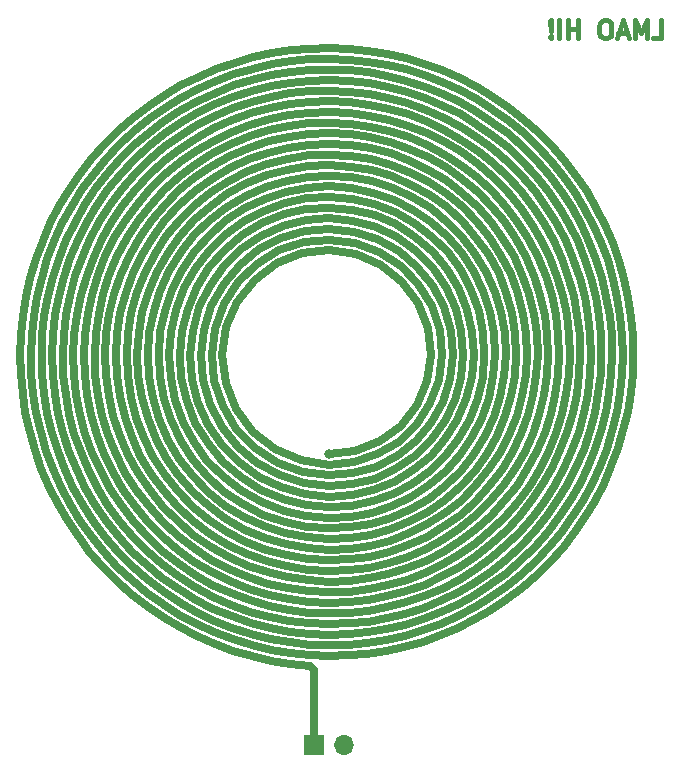
<source format=gbr>
G04 #@! TF.GenerationSoftware,KiCad,Pcbnew,(5.1.6)-1*
G04 #@! TF.CreationDate,2021-07-30T18:51:46-07:00*
G04 #@! TF.ProjectId,Inductor Coils,496e6475-6374-46f7-9220-436f696c732e,rev?*
G04 #@! TF.SameCoordinates,Original*
G04 #@! TF.FileFunction,Copper,L2,Bot*
G04 #@! TF.FilePolarity,Positive*
%FSLAX46Y46*%
G04 Gerber Fmt 4.6, Leading zero omitted, Abs format (unit mm)*
G04 Created by KiCad (PCBNEW (5.1.6)-1) date 2021-07-30 18:51:46*
%MOMM*%
%LPD*%
G01*
G04 APERTURE LIST*
G04 #@! TA.AperFunction,NonConductor*
%ADD10C,0.381000*%
G04 #@! TD*
G04 #@! TA.AperFunction,ComponentPad*
%ADD11O,1.700000X1.700000*%
G04 #@! TD*
G04 #@! TA.AperFunction,ComponentPad*
%ADD12R,1.700000X1.700000*%
G04 #@! TD*
G04 #@! TA.AperFunction,ViaPad*
%ADD13C,0.800000*%
G04 #@! TD*
G04 #@! TA.AperFunction,Conductor*
%ADD14C,0.700000*%
G04 #@! TD*
G04 APERTURE END LIST*
D10*
X255955142Y-95189428D02*
X256680857Y-95189428D01*
X256680857Y-93665428D01*
X255447142Y-95189428D02*
X255447142Y-93665428D01*
X254939142Y-94754000D01*
X254431142Y-93665428D01*
X254431142Y-95189428D01*
X253778000Y-94754000D02*
X253052285Y-94754000D01*
X253923142Y-95189428D02*
X253415142Y-93665428D01*
X252907142Y-95189428D01*
X252108857Y-93665428D02*
X251818571Y-93665428D01*
X251673428Y-93738000D01*
X251528285Y-93883142D01*
X251455714Y-94173428D01*
X251455714Y-94681428D01*
X251528285Y-94971714D01*
X251673428Y-95116857D01*
X251818571Y-95189428D01*
X252108857Y-95189428D01*
X252254000Y-95116857D01*
X252399142Y-94971714D01*
X252471714Y-94681428D01*
X252471714Y-94173428D01*
X252399142Y-93883142D01*
X252254000Y-93738000D01*
X252108857Y-93665428D01*
X249641428Y-95189428D02*
X249641428Y-93665428D01*
X249641428Y-94391142D02*
X248770571Y-94391142D01*
X248770571Y-95189428D02*
X248770571Y-93665428D01*
X248044857Y-95189428D02*
X248044857Y-93665428D01*
X247319142Y-95044285D02*
X247246571Y-95116857D01*
X247319142Y-95189428D01*
X247391714Y-95116857D01*
X247319142Y-95044285D01*
X247319142Y-95189428D01*
X247319142Y-94608857D02*
X247391714Y-93738000D01*
X247319142Y-93665428D01*
X247246571Y-93738000D01*
X247319142Y-94608857D01*
X247319142Y-93665428D01*
D11*
X229870000Y-155000000D03*
D12*
X227330000Y-155000000D03*
D13*
X228600000Y-130400000D03*
D14*
X228600000Y-130400000D02*
X230783786Y-130149999D01*
X230783786Y-130149999D02*
X232837500Y-129339565D01*
X232837500Y-129339565D02*
X234619246Y-128019246D01*
X234619246Y-128019246D02*
X236004517Y-126275000D01*
X236004517Y-126275000D02*
X236894888Y-124222609D01*
X236894888Y-124222609D02*
X237225000Y-122000000D01*
X237225000Y-122000000D02*
X236967332Y-119757980D01*
X236967332Y-119757980D02*
X236134421Y-117650000D01*
X236134421Y-117650000D02*
X234778346Y-115821654D01*
X234778346Y-115821654D02*
X232987500Y-114400627D01*
X232987500Y-114400627D02*
X230880843Y-113487779D01*
X230880843Y-113487779D02*
X228600000Y-113150000D01*
X228600000Y-113150000D02*
X226299746Y-113415334D01*
X226299746Y-113415334D02*
X224137500Y-114270723D01*
X224137500Y-114270723D02*
X222262555Y-115662555D01*
X222262555Y-115662555D02*
X220805771Y-117500000D01*
X220805771Y-117500000D02*
X219870445Y-119660923D01*
X219870445Y-119660923D02*
X219525000Y-122000000D01*
X219525000Y-122000000D02*
X219798001Y-124358489D01*
X219798001Y-124358489D02*
X220675868Y-126575000D01*
X220675868Y-126575000D02*
X222103456Y-128496544D01*
X222103456Y-128496544D02*
X223987500Y-129989084D01*
X223987500Y-129989084D02*
X226202689Y-130946888D01*
X226202689Y-130946888D02*
X228600000Y-131300000D01*
X228600000Y-131300000D02*
X230676597Y-131098167D01*
X230676597Y-131098167D02*
X232663011Y-130436930D01*
X232663011Y-130436930D02*
X234458577Y-129346424D01*
X234458577Y-129346424D02*
X235971554Y-127878618D01*
X235971554Y-127878618D02*
X237123809Y-126104850D01*
X237123809Y-126104850D02*
X237854851Y-124112359D01*
X237854851Y-124112359D02*
X238125000Y-122000000D01*
X238125000Y-122000000D02*
X237917525Y-119873336D01*
X237917525Y-119873336D02*
X237239648Y-117839365D01*
X237239648Y-117839365D02*
X236122336Y-116001137D01*
X236122336Y-116001137D02*
X234618903Y-114452534D01*
X234618903Y-114452534D02*
X232802474Y-113273473D01*
X232802474Y-113273473D02*
X230762427Y-112525790D01*
X230762427Y-112525790D02*
X228600000Y-112250000D01*
X228600000Y-112250000D02*
X226423268Y-112463116D01*
X226423268Y-112463116D02*
X224341741Y-113157634D01*
X224341741Y-113157634D02*
X222460852Y-114301752D01*
X222460852Y-114301752D02*
X220876622Y-115840811D01*
X220876622Y-115840811D02*
X219670755Y-117699902D01*
X219670755Y-117699902D02*
X218906431Y-119787506D01*
X218906431Y-119787506D02*
X218625000Y-122000000D01*
X218625000Y-122000000D02*
X218843757Y-124226799D01*
X218843757Y-124226799D02*
X219554916Y-126355883D01*
X219554916Y-126355883D02*
X220725840Y-128279433D01*
X220725840Y-128279433D02*
X222300526Y-129899290D01*
X222300526Y-129899290D02*
X224202278Y-131131963D01*
X224202278Y-131131963D02*
X226337439Y-131912928D01*
X226337439Y-131912928D02*
X228600000Y-132200000D01*
X228600000Y-132200000D02*
X230595408Y-132031594D01*
X230595408Y-132031594D02*
X232524897Y-131475539D01*
X232524897Y-131475539D02*
X234313693Y-130551145D01*
X234313693Y-130551145D02*
X235892039Y-129292039D01*
X235892039Y-129292039D02*
X237197915Y-127744943D01*
X237197915Y-127744943D02*
X238179476Y-125967949D01*
X238179476Y-125967949D02*
X238797102Y-124028330D01*
X238797102Y-124028330D02*
X239025000Y-122000000D01*
X239025000Y-122000000D02*
X238852271Y-119960696D01*
X238852271Y-119960696D02*
X238283412Y-117988999D01*
X238283412Y-117988999D02*
X237338226Y-116161304D01*
X237338226Y-116161304D02*
X236051138Y-114548862D01*
X236051138Y-114548862D02*
X234469947Y-113215004D01*
X234469947Y-113215004D02*
X232654053Y-112212651D01*
X232654053Y-112212651D02*
X230672225Y-111582221D01*
X230672225Y-111582221D02*
X228600000Y-111350000D01*
X228600000Y-111350000D02*
X226516801Y-111527052D01*
X226516801Y-111527052D02*
X224502896Y-112108715D01*
X224502896Y-112108715D02*
X222636301Y-113074693D01*
X222636301Y-113074693D02*
X220989763Y-114389763D01*
X220989763Y-114389763D02*
X219627923Y-116005050D01*
X219627923Y-116005050D02*
X218604778Y-117859844D01*
X218604778Y-117859844D02*
X217961545Y-119883880D01*
X217961545Y-119883880D02*
X217725000Y-122000000D01*
X217725000Y-122000000D02*
X217906375Y-124127094D01*
X217906375Y-124127094D02*
X218500842Y-126183208D01*
X218500842Y-126183208D02*
X219487613Y-128088703D01*
X219487613Y-128088703D02*
X220830664Y-129769336D01*
X220830664Y-129769336D02*
X222480047Y-131159157D01*
X222480047Y-131159157D02*
X224373740Y-132203095D01*
X224373740Y-132203095D02*
X226439984Y-132859132D01*
X226439984Y-132859132D02*
X228600000Y-133100000D01*
X228600000Y-133100000D02*
X230531836Y-132955986D01*
X230531836Y-132955986D02*
X232413525Y-132477573D01*
X232413525Y-132477573D02*
X234187500Y-131677834D01*
X234187500Y-131677834D02*
X235799221Y-130579698D01*
X235799221Y-130579698D02*
X237198849Y-129215291D01*
X237198849Y-129215291D02*
X238342786Y-127625000D01*
X238342786Y-127625000D02*
X239195034Y-125856277D01*
X239195034Y-125856277D02*
X239728328Y-123962224D01*
X239728328Y-123962224D02*
X239925000Y-122000000D01*
X239925000Y-122000000D02*
X239777568Y-120029093D01*
X239777568Y-120029093D02*
X239289004Y-118109521D01*
X239289004Y-118109521D02*
X238472690Y-116300000D01*
X238472690Y-116300000D02*
X237352058Y-114656152D01*
X237352058Y-114656152D02*
X235959918Y-113228791D01*
X235959918Y-113228791D02*
X234337500Y-112062358D01*
X234337500Y-112062358D02*
X232533232Y-111193535D01*
X232533232Y-111193535D02*
X230601295Y-110650091D01*
X230601295Y-110650091D02*
X228600000Y-110450000D01*
X228600000Y-110450000D02*
X226590022Y-110600850D01*
X226590022Y-110600850D02*
X224632566Y-111099566D01*
X224632566Y-111099566D02*
X222787500Y-111932455D01*
X222787500Y-111932455D02*
X221111524Y-113075582D01*
X221111524Y-113075582D02*
X219656431Y-114495455D01*
X219656431Y-114495455D02*
X218467503Y-116150000D01*
X218467503Y-116150000D02*
X217582104Y-117989814D01*
X217582104Y-117989814D02*
X217028509Y-119959634D01*
X217028509Y-119959634D02*
X216825000Y-122000000D01*
X216825000Y-122000000D02*
X216979269Y-124049048D01*
X216979269Y-124049048D02*
X217488135Y-126044388D01*
X217488135Y-126044388D02*
X218337599Y-127925000D01*
X218337599Y-127925000D02*
X219503222Y-129633103D01*
X219503222Y-129633103D02*
X220950827Y-131115929D01*
X220950827Y-131115929D02*
X222637500Y-132327353D01*
X222637500Y-132327353D02*
X224512859Y-133229327D01*
X224512859Y-133229327D02*
X226520563Y-133793073D01*
X226520563Y-133793073D02*
X228600000Y-134000000D01*
X228600000Y-134000000D02*
X230480733Y-133874483D01*
X230480733Y-133874483D02*
X232322110Y-133455476D01*
X232322110Y-133455476D02*
X234078530Y-132752221D01*
X234078530Y-132752221D02*
X235706324Y-131781015D01*
X235706324Y-131781015D02*
X237164831Y-130564831D01*
X237164831Y-130564831D02*
X238417421Y-129132774D01*
X238417421Y-129132774D02*
X239432412Y-127519390D01*
X239432412Y-127519390D02*
X240183868Y-125763827D01*
X240183868Y-125763827D02*
X240652267Y-123908892D01*
X240652267Y-123908892D02*
X240825000Y-122000000D01*
X240825000Y-122000000D02*
X240696713Y-120084069D01*
X240696713Y-120084069D02*
X240269463Y-118208361D01*
X240269463Y-118208361D02*
X239552698Y-116419322D01*
X239552698Y-116419322D02*
X238563044Y-114761425D01*
X238563044Y-114761425D02*
X237323930Y-113276070D01*
X237323930Y-113276070D02*
X235865026Y-112000550D01*
X235865026Y-112000550D02*
X234221537Y-110967112D01*
X234221537Y-110967112D02*
X232433356Y-110202144D01*
X232433356Y-110202144D02*
X230544089Y-109725503D01*
X230544089Y-109725503D02*
X228600000Y-109550000D01*
X228600000Y-109550000D02*
X226648871Y-109681057D01*
X226648871Y-109681057D02*
X224738833Y-110116549D01*
X224738833Y-110116549D02*
X222917174Y-110846826D01*
X222917174Y-110846826D02*
X221229173Y-111854927D01*
X221229173Y-111854927D02*
X219716971Y-113116971D01*
X219716971Y-113116971D02*
X218418521Y-114602723D01*
X218418521Y-114602723D02*
X217366635Y-116276315D01*
X217366635Y-116276315D02*
X216588156Y-118097115D01*
X216588156Y-118097115D02*
X216103273Y-120020713D01*
X216103273Y-120020713D02*
X215925000Y-122000000D01*
X215925000Y-122000000D02*
X216058827Y-123986327D01*
X216058827Y-123986327D02*
X216502561Y-125930696D01*
X216502561Y-125930696D02*
X217246349Y-127784974D01*
X217246349Y-127784974D02*
X218272898Y-129503079D01*
X218272898Y-129503079D02*
X219557872Y-131042128D01*
X219557872Y-131042128D02*
X221070471Y-132363508D01*
X221070471Y-132363508D02*
X222774167Y-133433841D01*
X222774167Y-133433841D02*
X224627587Y-134225832D01*
X224627587Y-134225832D02*
X226585515Y-134718957D01*
X226585515Y-134718957D02*
X228600000Y-134900000D01*
X228600000Y-134900000D02*
X230438772Y-134788943D01*
X230438772Y-134788943D02*
X232245875Y-134416711D01*
X232245875Y-134416711D02*
X233984345Y-133790071D01*
X233984345Y-133790071D02*
X235618501Y-132921000D01*
X235618501Y-132921000D02*
X237114678Y-131826462D01*
X237114678Y-131826462D02*
X238441921Y-130528073D01*
X238441921Y-130528073D02*
X239572623Y-129051676D01*
X239572623Y-129051676D02*
X240483102Y-127426831D01*
X240483102Y-127426831D02*
X241154093Y-125686214D01*
X241154093Y-125686214D02*
X241571160Y-123864971D01*
X241571160Y-123864971D02*
X241725000Y-122000000D01*
X241725000Y-122000000D02*
X241611653Y-120129207D01*
X241611653Y-120129207D02*
X241232597Y-118290735D01*
X241232597Y-118290735D02*
X240594738Y-116522187D01*
X240594738Y-116522187D02*
X239710282Y-114859855D01*
X239710282Y-114859855D02*
X238596506Y-113337978D01*
X238596506Y-113337978D02*
X237275416Y-111988036D01*
X237275416Y-111988036D02*
X235773321Y-110838095D01*
X235773321Y-110838095D02*
X234120299Y-109912231D01*
X234120299Y-109912231D02*
X232349604Y-109230021D01*
X232349604Y-109230021D02*
X230496992Y-108806130D01*
X230496992Y-108806130D02*
X228600000Y-108650000D01*
X228600000Y-108650000D02*
X226697186Y-108765637D01*
X226697186Y-108765637D02*
X224827345Y-109151517D01*
X224827345Y-109151517D02*
X223028718Y-109800595D01*
X223028718Y-109800595D02*
X221338211Y-110700436D01*
X221338211Y-110700436D02*
X219790635Y-111833451D01*
X219790635Y-111833451D02*
X218417992Y-113177240D01*
X218417992Y-113177240D02*
X217248813Y-114705035D01*
X217248813Y-114705035D02*
X216307564Y-116386233D01*
X216307564Y-116386233D02*
X215614135Y-118187006D01*
X215614135Y-118187006D02*
X215183420Y-120070987D01*
X215183420Y-120070987D02*
X215025000Y-122000000D01*
X215025000Y-122000000D02*
X215142928Y-123934835D01*
X215142928Y-123934835D02*
X215535631Y-125836045D01*
X215535631Y-125836045D02*
X216195927Y-127664750D01*
X216195927Y-127664750D02*
X217111153Y-129383433D01*
X217111153Y-129383433D02*
X218263407Y-130956709D01*
X218263407Y-130956709D02*
X219629896Y-132352052D01*
X219629896Y-132352052D02*
X221183391Y-133540469D01*
X221183391Y-133540469D02*
X222892764Y-134497103D01*
X222892764Y-134497103D02*
X224723616Y-135201751D01*
X224723616Y-135201751D02*
X226638966Y-135639290D01*
X226638966Y-135639290D02*
X228600000Y-135800000D01*
X228600000Y-135800000D02*
X230403709Y-135700529D01*
X230403709Y-135700529D02*
X232181409Y-135365999D01*
X232181409Y-135365999D02*
X233902557Y-134801506D01*
X233902557Y-134801506D02*
X235537500Y-134016102D01*
X235537500Y-134016102D02*
X237057979Y-133022653D01*
X237057979Y-133022653D02*
X238437623Y-131837623D01*
X238437623Y-131837623D02*
X239652404Y-130480808D01*
X239652404Y-130480808D02*
X240681054Y-128975000D01*
X240681054Y-128975000D02*
X241505442Y-127345609D01*
X241505442Y-127345609D02*
X242110887Y-125620231D01*
X242110887Y-125620231D02*
X242486425Y-123828182D01*
X242486425Y-123828182D02*
X242625000Y-122000000D01*
X242625000Y-122000000D02*
X242523604Y-120166923D01*
X242523604Y-120166923D02*
X242183332Y-118360357D01*
X242183332Y-118360357D02*
X241609379Y-116611339D01*
X241609379Y-116611339D02*
X240810958Y-114950000D01*
X240810958Y-114950000D02*
X239801157Y-113405050D01*
X239801157Y-113405050D02*
X238596722Y-112003278D01*
X238596722Y-112003278D02*
X237217779Y-110769092D01*
X237217779Y-110769092D02*
X235687500Y-109724090D01*
X235687500Y-109724090D02*
X234031713Y-108886685D01*
X234031713Y-108886685D02*
X232278466Y-108271779D01*
X232278466Y-108271779D02*
X230457551Y-107890500D01*
X230457551Y-107890500D02*
X228600000Y-107750000D01*
X228600000Y-107750000D02*
X226737554Y-107853321D01*
X226737554Y-107853321D02*
X224902123Y-108199335D01*
X224902123Y-108199335D02*
X223125235Y-108782748D01*
X223125235Y-108782748D02*
X221437500Y-109594186D01*
X221437500Y-109594186D02*
X219868078Y-110620338D01*
X219868078Y-110620338D02*
X218444179Y-111844179D01*
X218444179Y-111844179D02*
X217190587Y-113245250D01*
X217190587Y-113245250D02*
X216129234Y-114800000D01*
X216129234Y-114800000D02*
X215278812Y-116482183D01*
X215278812Y-116482183D02*
X214654446Y-118263300D01*
X214654446Y-118263300D02*
X214267425Y-120113081D01*
X214267425Y-120113081D02*
X214125000Y-122000000D01*
X214125000Y-122000000D02*
X214230246Y-123891814D01*
X214230246Y-123891814D02*
X214582001Y-125756111D01*
X214582001Y-125756111D02*
X215174876Y-127560869D01*
X215174876Y-127560869D02*
X215999330Y-129275000D01*
X215999330Y-129275000D02*
X217041834Y-130868893D01*
X217041834Y-130868893D02*
X218285080Y-132314920D01*
X218285080Y-132314920D02*
X219708278Y-133587917D01*
X219708278Y-133587917D02*
X221287500Y-134665622D01*
X221287500Y-134665622D02*
X222996079Y-135529061D01*
X222996079Y-135529061D02*
X224805066Y-136162887D01*
X224805066Y-136162887D02*
X226683712Y-136555650D01*
X226683712Y-136555650D02*
X228600000Y-136700000D01*
X228600000Y-136700000D02*
X230373975Y-136610002D01*
X230373975Y-136610002D02*
X232126224Y-136306454D01*
X232126224Y-136306454D02*
X233831104Y-135793288D01*
X233831104Y-135793288D02*
X235463604Y-135077504D01*
X235463604Y-135077504D02*
X236999711Y-134169083D01*
X236999711Y-134169083D02*
X238416766Y-133080838D01*
X238416766Y-133080838D02*
X239693793Y-131828243D01*
X239693793Y-131828243D02*
X240811814Y-130429207D01*
X240811814Y-130429207D02*
X241754130Y-128903820D01*
X241754130Y-128903820D02*
X242506569Y-127274066D01*
X242506569Y-127274066D02*
X243057697Y-125563502D01*
X243057697Y-125563502D02*
X243398998Y-123796924D01*
X243398998Y-123796924D02*
X243525000Y-122000000D01*
X243525000Y-122000000D02*
X243433361Y-120198904D01*
X243433361Y-120198904D02*
X243124916Y-118419930D01*
X243124916Y-118419930D02*
X242603666Y-116689110D01*
X242603666Y-116689110D02*
X241876732Y-115031834D01*
X241876732Y-115031834D02*
X240954254Y-113472474D01*
X240954254Y-113472474D02*
X239849253Y-112034032D01*
X239849253Y-112034032D02*
X238577446Y-110737792D01*
X238577446Y-110737792D02*
X237157021Y-109603014D01*
X237157021Y-109603014D02*
X235608383Y-108646642D01*
X235608383Y-108646642D02*
X233953852Y-107883053D01*
X233953852Y-107883053D02*
X232217348Y-107323841D01*
X232217348Y-107323841D02*
X230424044Y-106977642D01*
X230424044Y-106977642D02*
X228600000Y-106850000D01*
X228600000Y-106850000D02*
X226771783Y-106943279D01*
X226771783Y-106943279D02*
X224966084Y-107256622D01*
X224966084Y-107256622D02*
X223209324Y-107785955D01*
X223209324Y-107785955D02*
X221527271Y-108524040D01*
X221527271Y-108524040D02*
X219944660Y-109460575D01*
X219944660Y-109460575D02*
X218484829Y-110582332D01*
X218484829Y-110582332D02*
X217169377Y-111873352D01*
X217169377Y-111873352D02*
X216017843Y-113315164D01*
X216017843Y-113315164D02*
X215047414Y-114887054D01*
X215047414Y-114887054D02*
X214272674Y-116566362D01*
X214272674Y-116566362D02*
X213705379Y-118328806D01*
X213705379Y-118328806D02*
X213354283Y-120148835D01*
X213354283Y-120148835D02*
X213225000Y-122000000D01*
X213225000Y-122000000D02*
X213319920Y-123855338D01*
X213319920Y-123855338D02*
X213638160Y-125687762D01*
X213638160Y-125687762D02*
X214175576Y-127470462D01*
X214175576Y-127470462D02*
X214924813Y-129177292D01*
X214924813Y-129177292D02*
X215875403Y-130783155D01*
X215875403Y-130783155D02*
X217013917Y-132264374D01*
X217013917Y-132264374D02*
X218324149Y-133599038D01*
X218324149Y-133599038D02*
X219787349Y-134767329D01*
X219787349Y-134767329D02*
X221382492Y-135751813D01*
X221382492Y-135751813D02*
X223086576Y-136537704D01*
X223086576Y-136537704D02*
X224874960Y-137113083D01*
X224874960Y-137113083D02*
X226721714Y-137469077D01*
X226721714Y-137469077D02*
X228600000Y-137600000D01*
X228600000Y-137600000D02*
X230348445Y-137517881D01*
X230348445Y-137517881D02*
X232078479Y-137240212D01*
X232078479Y-137240212D02*
X233768278Y-136770089D01*
X233768278Y-136770089D02*
X235396479Y-136113034D01*
X235396479Y-136113034D02*
X236942453Y-135276938D01*
X236942453Y-135276938D02*
X238386563Y-134271962D01*
X238386563Y-134271962D02*
X239710415Y-133110415D01*
X239710415Y-133110415D02*
X240897092Y-131806604D01*
X240897092Y-131806604D02*
X241931370Y-130376655D01*
X241931370Y-130376655D02*
X242799913Y-128838318D01*
X242799913Y-128838318D02*
X243491445Y-127210742D01*
X243491445Y-127210742D02*
X243996897Y-125514241D01*
X243996897Y-125514241D02*
X244309525Y-123770038D01*
X244309525Y-123770038D02*
X244425000Y-122000000D01*
X244425000Y-122000000D02*
X244341466Y-120226363D01*
X244341466Y-120226363D02*
X244059571Y-118471454D01*
X244059571Y-118471454D02*
X243582462Y-116757410D01*
X243582462Y-116757410D02*
X242915752Y-115105897D01*
X242915752Y-115105897D02*
X242067451Y-113537840D01*
X242067451Y-113537840D02*
X241047874Y-112073152D01*
X241047874Y-112073152D02*
X239869514Y-110730486D01*
X239869514Y-110730486D02*
X238546889Y-109526996D01*
X238546889Y-109526996D02*
X237096362Y-108478117D01*
X237096362Y-108478117D02*
X235535941Y-107597369D01*
X235535941Y-107597369D02*
X233885055Y-106896181D01*
X233885055Y-106896181D02*
X232164309Y-106383744D01*
X232164309Y-106383744D02*
X230395230Y-106066889D01*
X230395230Y-106066889D02*
X228600000Y-105950000D01*
X228600000Y-105950000D02*
X226801171Y-106034949D01*
X226801171Y-106034949D02*
X225021387Y-106321070D01*
X225021387Y-106321070D02*
X223283097Y-106805164D01*
X223283097Y-106805164D02*
X221608273Y-107481530D01*
X221608273Y-107481530D02*
X220018133Y-108342036D01*
X220018133Y-108342036D02*
X218532866Y-109376214D01*
X218532866Y-109376214D02*
X217171387Y-110571387D01*
X217171387Y-110571387D02*
X215951084Y-111912826D01*
X215951084Y-111912826D02*
X214887604Y-113383931D01*
X214887604Y-113383931D02*
X213994651Y-114966435D01*
X213994651Y-114966435D02*
X213283807Y-116640632D01*
X213283807Y-116640632D02*
X212764385Y-118385624D01*
X212764385Y-118385624D02*
X212443304Y-120179578D01*
X212443304Y-120179578D02*
X212325000Y-122000000D01*
X212325000Y-122000000D02*
X212411363Y-123824021D01*
X212411363Y-123824021D02*
X212701711Y-125628681D01*
X212701711Y-125628681D02*
X213192790Y-127391216D01*
X213192790Y-127391216D02*
X213878812Y-129089350D01*
X213878812Y-129089350D02*
X214751523Y-130701575D01*
X214751523Y-130701575D02*
X215800302Y-132207419D01*
X215800302Y-132207419D02*
X217012288Y-133587712D01*
X217012288Y-133587712D02*
X218372541Y-134824829D01*
X218372541Y-134824829D02*
X219864223Y-135902909D01*
X219864223Y-135902909D02*
X221468811Y-136808067D01*
X221468811Y-136808067D02*
X223166320Y-137528566D01*
X223166320Y-137528566D02*
X224935557Y-138054974D01*
X224935557Y-138054974D02*
X226754386Y-138380281D01*
X226754386Y-138380281D02*
X228600000Y-138500000D01*
X228600000Y-138500000D02*
X230326288Y-138424529D01*
X230326288Y-138424529D02*
X232036780Y-138168780D01*
X232036780Y-138168780D02*
X233712686Y-137735230D01*
X233712686Y-137735230D02*
X235335559Y-137128313D01*
X235335559Y-137128313D02*
X236887500Y-136354371D01*
X236887500Y-136354371D02*
X238351357Y-135421592D01*
X238351357Y-135421592D02*
X239710914Y-134339920D01*
X239710914Y-134339920D02*
X240951067Y-133120951D01*
X240951067Y-133120951D02*
X242057998Y-131777808D01*
X242057998Y-131777808D02*
X243019323Y-130325000D01*
X243019323Y-130325000D02*
X243824235Y-128778266D01*
X243824235Y-128778266D02*
X244463623Y-127154403D01*
X244463623Y-127154403D02*
X244930174Y-125471086D01*
X244930174Y-125471086D02*
X245218461Y-123746671D01*
X245218461Y-123746671D02*
X245325000Y-122000000D01*
X245325000Y-122000000D02*
X245248297Y-120250194D01*
X245248297Y-120250194D02*
X244988863Y-118516440D01*
X244988863Y-118516440D02*
X244549218Y-116817785D01*
X244549218Y-116817785D02*
X243933861Y-115172925D01*
X243933861Y-115172925D02*
X243149227Y-113600000D01*
X243149227Y-113600000D02*
X242203621Y-112116391D01*
X242203621Y-112116391D02*
X241107127Y-110738532D01*
X241107127Y-110738532D02*
X239871505Y-109481725D01*
X239871505Y-109481725D02*
X238510059Y-108359973D01*
X238510059Y-108359973D02*
X237037500Y-107385821D01*
X237037500Y-107385821D02*
X235469782Y-106570217D01*
X235469782Y-106570217D02*
X233823932Y-105922390D01*
X233823932Y-105922390D02*
X232117866Y-105449743D01*
X232117866Y-105449743D02*
X230370190Y-105157772D01*
X230370190Y-105157772D02*
X228600000Y-105050000D01*
X228600000Y-105050000D02*
X226826675Y-105127936D01*
X226826675Y-105127936D02*
X225069659Y-105391054D01*
X225069659Y-105391054D02*
X223348256Y-105836795D01*
X223348256Y-105836795D02*
X221681410Y-106460592D01*
X221681410Y-106460592D02*
X220087500Y-107255918D01*
X220087500Y-107255918D02*
X218584139Y-108214350D01*
X218584139Y-108214350D02*
X217187978Y-109325665D01*
X217187978Y-109325665D02*
X215914518Y-110577941D01*
X215914518Y-110577941D02*
X214777945Y-111957689D01*
X214777945Y-111957689D02*
X213790966Y-113450000D01*
X213790966Y-113450000D02*
X212964669Y-115038702D01*
X212964669Y-115038702D02*
X212308402Y-116706539D01*
X212308402Y-116706539D02*
X211829659Y-118435354D01*
X211829659Y-118435354D02*
X211534004Y-120206292D01*
X211534004Y-120206292D02*
X211425000Y-122000000D01*
X211425000Y-122000000D02*
X211504169Y-123796844D01*
X211504169Y-123796844D02*
X211770971Y-125577121D01*
X211770971Y-125577121D02*
X212222807Y-127321273D01*
X212222807Y-127321273D02*
X212855044Y-129010106D01*
X212855044Y-129010106D02*
X213661062Y-130625000D01*
X213661062Y-130625000D02*
X214632322Y-132148112D01*
X214632322Y-132148112D02*
X215758457Y-133562577D01*
X215758457Y-133562577D02*
X217027386Y-134852690D01*
X217027386Y-134852690D02*
X218425437Y-136004084D01*
X218425437Y-136004084D02*
X219937500Y-137003890D01*
X219937500Y-137003890D02*
X221547187Y-137840878D01*
X221547187Y-137840878D02*
X223237010Y-138505586D01*
X223237010Y-138505586D02*
X224988574Y-138990424D01*
X224988574Y-138990424D02*
X226782773Y-139289763D01*
X226782773Y-139289763D02*
X228600000Y-139400000D01*
X228600000Y-139400000D02*
X230306877Y-139330209D01*
X230306877Y-139330209D02*
X232000059Y-139093248D01*
X232000059Y-139093248D02*
X233663200Y-138691133D01*
X233663200Y-138691133D02*
X235280218Y-138127472D01*
X235280218Y-138127472D02*
X236835448Y-137407440D01*
X236835448Y-137407440D02*
X238313798Y-136537727D01*
X238313798Y-136537727D02*
X239700891Y-135526475D01*
X239700891Y-135526475D02*
X240983208Y-134383208D01*
X240983208Y-134383208D02*
X242148216Y-133118734D01*
X242148216Y-133118734D02*
X243184497Y-131745049D01*
X243184497Y-131745049D02*
X244081852Y-130275222D01*
X244081852Y-130275222D02*
X244831409Y-128723270D01*
X244831409Y-128723270D02*
X245425702Y-127104021D01*
X245425702Y-127104021D02*
X245858756Y-125432980D01*
X245858756Y-125432980D02*
X246126136Y-123726174D01*
X246126136Y-123726174D02*
X246225000Y-122000000D01*
X246225000Y-122000000D02*
X246154126Y-120271070D01*
X246154126Y-120271070D02*
X245913925Y-118556046D01*
X245913925Y-118556046D02*
X245506444Y-116871486D01*
X245506444Y-116871486D02*
X244935345Y-115233679D01*
X244935345Y-115233679D02*
X244205872Y-113658487D01*
X244205872Y-113658487D02*
X243324807Y-112161198D01*
X243324807Y-112161198D02*
X242300402Y-110756370D01*
X242300402Y-110756370D02*
X241142307Y-109457693D01*
X241142307Y-109457693D02*
X239861472Y-108277857D01*
X239861472Y-108277857D02*
X238470052Y-107228423D01*
X238470052Y-107228423D02*
X236981287Y-106319716D01*
X236981287Y-106319716D02*
X235409373Y-105560719D01*
X235409373Y-105560719D02*
X233769335Y-104958986D01*
X233769335Y-104958986D02*
X232076875Y-104520567D01*
X232076875Y-104520567D02*
X230348228Y-104249947D01*
X230348228Y-104249947D02*
X228600000Y-104150000D01*
X228600000Y-104150000D02*
X226849016Y-104221958D01*
X226849016Y-104221958D02*
X225112151Y-104465398D01*
X225112151Y-104465398D02*
X223406172Y-104878244D01*
X223406172Y-104878244D02*
X221747575Y-105456782D01*
X221747575Y-105456782D02*
X220152423Y-106195695D01*
X220152423Y-106195695D02*
X218636195Y-107088112D01*
X218636195Y-107088112D02*
X217213632Y-108125670D01*
X217213632Y-108125670D02*
X215898594Y-109298594D01*
X215898594Y-109298594D02*
X214703929Y-110595789D01*
X214703929Y-110595789D02*
X213641342Y-112004944D01*
X213641342Y-112004944D02*
X212721283Y-113512649D01*
X212721283Y-113512649D02*
X211952846Y-115104523D01*
X211952846Y-115104523D02*
X211343674Y-116765351D01*
X211343674Y-116765351D02*
X210899891Y-118479229D01*
X210899891Y-118479229D02*
X210626031Y-120229719D01*
X210626031Y-120229719D02*
X210525000Y-122000000D01*
X210525000Y-122000000D02*
X210598041Y-123773038D01*
X210598041Y-123773038D02*
X210844721Y-125531744D01*
X210844721Y-125531744D02*
X211262933Y-127259142D01*
X211262933Y-127259142D02*
X211848909Y-128938529D01*
X211848909Y-128938529D02*
X212597263Y-130553641D01*
X212597263Y-130553641D02*
X213501032Y-132088808D01*
X213501032Y-132088808D02*
X214551743Y-133529107D01*
X214551743Y-133529107D02*
X215739495Y-134860505D01*
X215739495Y-134860505D02*
X217053051Y-136069998D01*
X217053051Y-136069998D02*
X218479941Y-137145739D01*
X218479941Y-137145739D02*
X220006585Y-138077149D01*
X220006585Y-138077149D02*
X221618419Y-138855027D01*
X221618419Y-138855027D02*
X223300037Y-139471637D01*
X223300037Y-139471637D02*
X225035334Y-139920786D01*
X225035334Y-139920786D02*
X226807665Y-140197886D01*
X226807665Y-140197886D02*
X228600000Y-140300000D01*
X228600000Y-140300000D02*
X230289732Y-140235114D01*
X230289732Y-140235114D02*
X231967480Y-140014428D01*
X231967480Y-140014428D02*
X233618899Y-139639599D01*
X233618899Y-139639599D02*
X235229847Y-139113608D01*
X235229847Y-139113608D02*
X236786509Y-138440727D01*
X236786509Y-138440727D02*
X238275513Y-137626491D01*
X238275513Y-137626491D02*
X239684046Y-136677649D01*
X239684046Y-136677649D02*
X240999963Y-135602111D01*
X240999963Y-135602111D02*
X242211892Y-134408879D01*
X242211892Y-134408879D02*
X243309335Y-133107974D01*
X243309335Y-133107974D02*
X244282755Y-131710351D01*
X244282755Y-131710351D02*
X245123661Y-130227806D01*
X245123661Y-130227806D02*
X245824682Y-128672877D01*
X245824682Y-128672877D02*
X246379630Y-127058741D01*
X246379630Y-127058741D02*
X246783557Y-125399096D01*
X246783557Y-125399096D02*
X247032797Y-123708050D01*
X247032797Y-123708050D02*
X247125000Y-122000000D01*
X247125000Y-122000000D02*
X247059154Y-120289507D01*
X247059154Y-120289507D02*
X246835597Y-118591176D01*
X246835597Y-118591176D02*
X246456010Y-116919527D01*
X246456010Y-116919527D02*
X245923414Y-115288874D01*
X245923414Y-115288874D02*
X245242139Y-113713200D01*
X245242139Y-113713200D02*
X244417790Y-112206039D01*
X244417790Y-112206039D02*
X243457203Y-110780361D01*
X243457203Y-110780361D02*
X242368388Y-109448456D01*
X242368388Y-109448456D02*
X241160461Y-108221831D01*
X241160461Y-108221831D02*
X239843567Y-107111111D01*
X239843567Y-107111111D02*
X238428798Y-106125946D01*
X238428798Y-106125946D02*
X236928097Y-105274927D01*
X236928097Y-105274927D02*
X235354157Y-104565512D01*
X235354157Y-104565512D02*
X233720315Y-104003959D01*
X233720315Y-104003959D02*
X232040440Y-103595274D01*
X232040440Y-103595274D02*
X230328811Y-103343163D01*
X230328811Y-103343163D02*
X228600000Y-103250000D01*
X228600000Y-103250000D02*
X226868747Y-103316805D01*
X226868747Y-103316805D02*
X225149833Y-103543235D01*
X225149833Y-103543235D02*
X223457953Y-103927579D01*
X223457953Y-103927579D02*
X221807594Y-104466780D01*
X221807594Y-104466780D02*
X220212908Y-105156450D01*
X220212908Y-105156450D02*
X218687592Y-105990911D01*
X218687592Y-105990911D02*
X217244768Y-106963243D01*
X217244768Y-106963243D02*
X215896874Y-108065335D01*
X215896874Y-108065335D02*
X214655554Y-109287958D01*
X214655554Y-109287958D02*
X213531557Y-110620840D01*
X213531557Y-110620840D02*
X212534647Y-112052755D01*
X212534647Y-112052755D02*
X211673515Y-113571612D01*
X211673515Y-113571612D02*
X210955706Y-115164564D01*
X210955706Y-115164564D02*
X210387549Y-116818111D01*
X210387549Y-116818111D02*
X209974105Y-118518217D01*
X209974105Y-118518217D02*
X209719123Y-120250429D01*
X209719123Y-120250429D02*
X209625000Y-122000000D01*
X209625000Y-122000000D02*
X209692765Y-123752013D01*
X209692765Y-123752013D02*
X209922066Y-125491511D01*
X209922066Y-125491511D02*
X210311168Y-127203621D01*
X210311168Y-127203621D02*
X210856973Y-128873685D01*
X210856973Y-128873685D02*
X211555038Y-130487383D01*
X211555038Y-130487383D02*
X212399613Y-132030855D01*
X212399613Y-132030855D02*
X213383689Y-133490825D01*
X213383689Y-133490825D02*
X214499058Y-134854707D01*
X214499058Y-134854707D02*
X215736376Y-136110723D01*
X215736376Y-136110723D02*
X217085247Y-137247997D01*
X217085247Y-137247997D02*
X218534307Y-138256652D01*
X218534307Y-138256652D02*
X220071321Y-139127896D01*
X220071321Y-139127896D02*
X221683285Y-139854101D01*
X221683285Y-139854101D02*
X223356537Y-140428862D01*
X223356537Y-140428862D02*
X225076873Y-140847064D01*
X225076873Y-140847064D02*
X226829669Y-141104917D01*
X226829669Y-141104917D02*
X228600000Y-141200000D01*
X228600000Y-141200000D02*
X230274480Y-141139391D01*
X230274480Y-141139391D02*
X231938386Y-140932929D01*
X231938386Y-140932929D02*
X233579031Y-140581998D01*
X233579031Y-140581998D02*
X235183888Y-140089083D01*
X235183888Y-140089083D02*
X236740684Y-139457754D01*
X236740684Y-139457754D02*
X238237500Y-138692640D01*
X238237500Y-138692640D02*
X239662856Y-137799395D01*
X239662856Y-137799395D02*
X241005801Y-136784658D01*
X241005801Y-136784658D02*
X242256000Y-135656000D01*
X242256000Y-135656000D02*
X243403809Y-134421871D01*
X243403809Y-134421871D02*
X244440353Y-133091534D01*
X244440353Y-133091534D02*
X245357592Y-131675000D01*
X245357592Y-131675000D02*
X246148385Y-130182946D01*
X246148385Y-130182946D02*
X246806545Y-128626640D01*
X246806545Y-128626640D02*
X247326887Y-127017854D01*
X247326887Y-127017854D02*
X247705270Y-125368775D01*
X247705270Y-125368775D02*
X247938630Y-123691911D01*
X247938630Y-123691911D02*
X248025000Y-122000000D01*
X248025000Y-122000000D02*
X247963534Y-120305910D01*
X247963534Y-120305910D02*
X247754511Y-118622543D01*
X247754511Y-118622543D02*
X247399331Y-116962734D01*
X247399331Y-116962734D02*
X246900514Y-115339158D01*
X246900514Y-115339158D02*
X246261673Y-113764227D01*
X246261673Y-113764227D02*
X245487495Y-112250000D01*
X245487495Y-112250000D02*
X244583704Y-110808090D01*
X244583704Y-110808090D02*
X243557018Y-109449572D01*
X243557018Y-109449572D02*
X242415099Y-108184901D01*
X242415099Y-108184901D02*
X241166498Y-107023831D01*
X241166498Y-107023831D02*
X239820589Y-105975338D01*
X239820589Y-105975338D02*
X238387500Y-105047553D01*
X238387500Y-105047553D02*
X236878035Y-104247696D01*
X236878035Y-104247696D02*
X235303595Y-103582025D01*
X235303595Y-103582025D02*
X233676089Y-103055780D01*
X233676089Y-103055780D02*
X232007845Y-102673148D01*
X232007845Y-102673148D02*
X230311521Y-102437227D01*
X230311521Y-102437227D02*
X228600000Y-102350000D01*
X228600000Y-102350000D02*
X226886300Y-102412322D01*
X226886300Y-102412322D02*
X225183472Y-102623907D01*
X225183472Y-102623907D02*
X223504500Y-102983335D01*
X223504500Y-102983335D02*
X221862203Y-103488055D01*
X221862203Y-103488055D02*
X220269138Y-104134408D01*
X220269138Y-104134408D02*
X218737500Y-104917649D01*
X218737500Y-104917649D02*
X217279035Y-105831987D01*
X217279035Y-105831987D02*
X215904945Y-106870622D01*
X215904945Y-106870622D02*
X214625802Y-108025802D01*
X214625802Y-108025802D02*
X213451471Y-109288875D01*
X213451471Y-109288875D02*
X212391029Y-110650356D01*
X212391029Y-110650356D02*
X211452697Y-112100000D01*
X211452697Y-112100000D02*
X210643777Y-113626876D01*
X210643777Y-113626876D02*
X209970594Y-115219451D01*
X209970594Y-115219451D02*
X209438446Y-116865677D01*
X209438446Y-116865677D02*
X209051566Y-118553084D01*
X209051566Y-118553084D02*
X208813083Y-120268869D01*
X208813083Y-120268869D02*
X208725000Y-122000000D01*
X208725000Y-122000000D02*
X208788178Y-123733310D01*
X208788178Y-123733310D02*
X209002326Y-125455599D01*
X209002326Y-125455599D02*
X209366002Y-127153734D01*
X209366002Y-127153734D02*
X209876625Y-128814751D01*
X209876625Y-128814751D02*
X210530488Y-130425952D01*
X210530488Y-130425952D02*
X211322793Y-131975000D01*
X211322793Y-131975000D02*
X212247677Y-133450020D01*
X212247677Y-133450020D02*
X213298262Y-134839683D01*
X213298262Y-134839683D02*
X214466703Y-136133297D01*
X214466703Y-136133297D02*
X215744248Y-137320889D01*
X215744248Y-137320889D02*
X217121302Y-138393280D01*
X217121302Y-138393280D02*
X218587500Y-139342159D01*
X218587500Y-139342159D02*
X220131787Y-140160142D01*
X220131787Y-140160142D02*
X221742496Y-140840837D01*
X221742496Y-140840837D02*
X223407443Y-141378887D01*
X223407443Y-141378887D02*
X225114013Y-141770016D01*
X225114013Y-141770016D02*
X226849259Y-142011061D01*
X226849259Y-142011061D02*
X228600000Y-142100000D01*
X228600000Y-142100000D02*
X230260823Y-142043150D01*
X230260823Y-142043150D02*
X231912250Y-141849223D01*
X231912250Y-141849223D02*
X233542979Y-141519385D01*
X233542979Y-141519385D02*
X235141840Y-141055728D01*
X235141840Y-141055728D02*
X236697863Y-140461267D01*
X236697863Y-140461267D02*
X238200360Y-139739911D01*
X238200360Y-139739911D02*
X239638997Y-138896443D01*
X239638997Y-138896443D02*
X241003864Y-137936485D01*
X241003864Y-137936485D02*
X242285544Y-136866463D01*
X242285544Y-136866463D02*
X243475176Y-135693564D01*
X243475176Y-135693564D02*
X244564520Y-134425685D01*
X244564520Y-134425685D02*
X245546012Y-133071382D01*
X245546012Y-133071382D02*
X246412815Y-131639813D01*
X246412815Y-131639813D02*
X247158869Y-130140675D01*
X247158869Y-130140675D02*
X247778934Y-128584136D01*
X247778934Y-128584136D02*
X248268621Y-126980771D01*
X248268621Y-126980771D02*
X248624432Y-125341487D01*
X248624432Y-125341487D02*
X248843778Y-123677447D01*
X248843778Y-123677447D02*
X248925000Y-122000000D01*
X248925000Y-122000000D02*
X248867381Y-120320597D01*
X248867381Y-120320597D02*
X248671155Y-118650717D01*
X248671155Y-118650717D02*
X248337500Y-117001786D01*
X248337500Y-117001786D02*
X247868537Y-115385103D01*
X247868537Y-115385103D02*
X247267316Y-113811756D01*
X247267316Y-113811756D02*
X246537793Y-112292552D01*
X246537793Y-112292552D02*
X245684805Y-110837940D01*
X245684805Y-110837940D02*
X244714042Y-109457938D01*
X244714042Y-109457938D02*
X243632001Y-108162068D01*
X243632001Y-108162068D02*
X242445952Y-106959286D01*
X242445952Y-106959286D02*
X241163883Y-105857923D01*
X241163883Y-105857923D02*
X239794446Y-104865626D01*
X239794446Y-104865626D02*
X238346902Y-103989303D01*
X238346902Y-103989303D02*
X236831056Y-103235082D01*
X236831056Y-103235082D02*
X235257194Y-102608258D01*
X235257194Y-102608258D02*
X233636006Y-102113264D01*
X233636006Y-102113264D02*
X231978521Y-101753636D01*
X231978521Y-101753636D02*
X230296028Y-101531990D01*
X230296028Y-101531990D02*
X228600000Y-101450000D01*
X228600000Y-101450000D02*
X226902017Y-101508387D01*
X226902017Y-101508387D02*
X225213683Y-101706914D01*
X225213683Y-101706914D02*
X223546552Y-102044385D01*
X223546552Y-102044385D02*
X221912045Y-102518654D01*
X221912045Y-102518654D02*
X220321374Y-103126635D01*
X220321374Y-103126635D02*
X218785464Y-103864325D01*
X218785464Y-103864325D02*
X217314876Y-104726832D01*
X217314876Y-104726832D02*
X215919740Y-105708402D01*
X215919740Y-105708402D02*
X214609680Y-106802461D01*
X214609680Y-106802461D02*
X213393748Y-108001659D01*
X213393748Y-108001659D02*
X212280367Y-109297919D01*
X212280367Y-109297919D02*
X211277263Y-110682491D01*
X211277263Y-110682491D02*
X210391422Y-112146010D01*
X210391422Y-112146010D02*
X209629033Y-113678562D01*
X209629033Y-113678562D02*
X208995449Y-115269749D01*
X208995449Y-115269749D02*
X208495149Y-116908760D01*
X208495149Y-116908760D02*
X208131705Y-118584446D01*
X208131705Y-118584446D02*
X207907759Y-120285392D01*
X207907759Y-120285392D02*
X207825000Y-122000000D01*
X207825000Y-122000000D02*
X207884155Y-123716564D01*
X207884155Y-123716564D02*
X208084983Y-125423351D01*
X208084983Y-125423351D02*
X208426270Y-127108682D01*
X208426270Y-127108682D02*
X208905845Y-128761012D01*
X208905845Y-128761012D02*
X209520586Y-130369007D01*
X209520586Y-130369007D02*
X210266444Y-131921624D01*
X210266444Y-131921624D02*
X211138470Y-133408187D01*
X211138470Y-133408187D02*
X212130845Y-134818458D01*
X212130845Y-134818458D02*
X213236923Y-136142709D01*
X213236923Y-136142709D02*
X214449271Y-137371789D01*
X214449271Y-137371789D02*
X215759722Y-138497190D01*
X215759722Y-138497190D02*
X217159428Y-139511099D01*
X217159428Y-139511099D02*
X218638922Y-140406460D01*
X218638922Y-140406460D02*
X220188181Y-141177016D01*
X220188181Y-141177016D02*
X221796692Y-141817360D01*
X221796692Y-141817360D02*
X223453526Y-142322966D01*
X223453526Y-142322966D02*
X225147412Y-142690226D01*
X225147412Y-142690226D02*
X226866812Y-142916473D01*
X226866812Y-142916473D02*
X228600000Y-143000000D01*
X228600000Y-143000000D02*
X230248524Y-142946479D01*
X230248524Y-142946479D02*
X231888644Y-142763678D01*
X231888644Y-142763678D02*
X233510231Y-142452586D01*
X233510231Y-142452586D02*
X235103263Y-142014984D01*
X235103263Y-142014984D02*
X236657878Y-141453438D01*
X236657878Y-141453438D02*
X238164445Y-140771280D01*
X238164445Y-140771280D02*
X239613617Y-139972589D01*
X239613617Y-139972589D02*
X240996391Y-139062168D01*
X240996391Y-139062168D02*
X242304166Y-138045516D01*
X242304166Y-138045516D02*
X243528792Y-136928792D01*
X243528792Y-136928792D02*
X244662626Y-135718778D01*
X244662626Y-135718778D02*
X245698574Y-134422841D01*
X245698574Y-134422841D02*
X246630142Y-133048885D01*
X246630142Y-133048885D02*
X247451471Y-131605304D01*
X247451471Y-131605304D02*
X248157375Y-130100930D01*
X248157375Y-130100930D02*
X248743377Y-128544980D01*
X248743377Y-128544980D02*
X249205734Y-126946999D01*
X249205734Y-126946999D02*
X249541462Y-125316802D01*
X249541462Y-125316802D02*
X249748355Y-123664412D01*
X249748355Y-123664412D02*
X249825000Y-122000000D01*
X249825000Y-122000000D02*
X249770786Y-120333823D01*
X249770786Y-120333823D02*
X249585908Y-118676159D01*
X249585908Y-118676159D02*
X249271369Y-117037243D01*
X249271369Y-117037243D02*
X248828972Y-115427209D01*
X248828972Y-115427209D02*
X248261311Y-113856018D01*
X248261311Y-113856018D02*
X247571756Y-112333407D01*
X247571756Y-112333407D02*
X246764433Y-110868821D01*
X246764433Y-110868821D02*
X245844197Y-109471357D01*
X245844197Y-109471357D02*
X244816608Y-108149709D01*
X244816608Y-108149709D02*
X243687891Y-106912109D01*
X243687891Y-106912109D02*
X242464904Y-105766283D01*
X242464904Y-105766283D02*
X241155093Y-104719397D01*
X241155093Y-104719397D02*
X239766447Y-103778014D01*
X239766447Y-103778014D02*
X238307452Y-102948053D01*
X238307452Y-102948053D02*
X236787034Y-102234752D01*
X236787034Y-102234752D02*
X235214509Y-101642635D01*
X235214509Y-101642635D02*
X233599524Y-101175483D01*
X233599524Y-101175483D02*
X231951999Y-100836308D01*
X231951999Y-100836308D02*
X230282065Y-100627339D01*
X230282065Y-100627339D02*
X228600000Y-100550000D01*
X228600000Y-100550000D02*
X226916170Y-100604908D01*
X226916170Y-100604908D02*
X225240961Y-100791862D01*
X225240961Y-100791862D02*
X223584718Y-101109848D01*
X223584718Y-101109848D02*
X221957680Y-101557040D01*
X221957680Y-101557040D02*
X220369914Y-102130816D01*
X220369914Y-102130816D02*
X218831259Y-102827767D01*
X218831259Y-102827767D02*
X217351259Y-103643723D01*
X217351259Y-103643723D02*
X215939106Y-104573774D01*
X215939106Y-104573774D02*
X214603583Y-105612301D01*
X214603583Y-105612301D02*
X213353010Y-106753010D01*
X213353010Y-106753010D02*
X212195192Y-107988970D01*
X212195192Y-107988970D02*
X211137368Y-109312655D01*
X211137368Y-109312655D02*
X210186170Y-110715990D01*
X210186170Y-110715990D02*
X209347577Y-112190400D01*
X209347577Y-112190400D02*
X208626879Y-113726863D01*
X208626879Y-113726863D02*
X208028648Y-115315962D01*
X208028648Y-115315962D02*
X207556699Y-116947951D01*
X207556699Y-116947951D02*
X207214078Y-118612803D01*
X207214078Y-118612803D02*
X207003032Y-120300282D01*
X207003032Y-120300282D02*
X206925000Y-122000000D01*
X206925000Y-122000000D02*
X206980601Y-123701484D01*
X206980601Y-123701484D02*
X207169632Y-125394237D01*
X207169632Y-125394237D02*
X207491064Y-127067807D01*
X207491064Y-127067807D02*
X207943052Y-128711849D01*
X207943052Y-128711849D02*
X208522943Y-130316189D01*
X208522943Y-130316189D02*
X209227291Y-131870888D01*
X209227291Y-131870888D02*
X210051879Y-133366303D01*
X210051879Y-133366303D02*
X210991745Y-134793146D01*
X210991745Y-134793146D02*
X212041210Y-136142543D01*
X212041210Y-136142543D02*
X213193911Y-137406089D01*
X213193911Y-137406089D02*
X214442844Y-138575900D01*
X214442844Y-138575900D02*
X215780404Y-139644661D01*
X215780404Y-139644661D02*
X217198428Y-140605674D01*
X217198428Y-140605674D02*
X218688252Y-141452900D01*
X218688252Y-141452900D02*
X220240759Y-142180994D01*
X220240759Y-142180994D02*
X221846434Y-142785340D01*
X221846434Y-142785340D02*
X223495425Y-143262084D01*
X223495425Y-143262084D02*
X225177605Y-143608152D01*
X225177605Y-143608152D02*
X226882628Y-143821274D01*
X226882628Y-143821274D02*
X228600000Y-143900000D01*
X228600000Y-143900000D02*
X230237390Y-143849447D01*
X230237390Y-143849447D02*
X231867219Y-143676584D01*
X231867219Y-143676584D02*
X233480361Y-143382258D01*
X233480361Y-143382258D02*
X235067771Y-142967998D01*
X235067771Y-142967998D02*
X236620540Y-142436003D01*
X236620540Y-142436003D02*
X238129946Y-141789138D01*
X238129946Y-141789138D02*
X239587500Y-141030908D01*
X239587500Y-141030908D02*
X240984994Y-140165450D01*
X240984994Y-140165450D02*
X242314549Y-139197500D01*
X242314549Y-139197500D02*
X243568659Y-138132377D01*
X243568659Y-138132377D02*
X244740231Y-136975946D01*
X244740231Y-136975946D02*
X245822631Y-135734590D01*
X245822631Y-135734590D02*
X246809712Y-134415172D01*
X246809712Y-134415172D02*
X247695860Y-133025000D01*
X247695860Y-133025000D02*
X248476017Y-131571785D01*
X248476017Y-131571785D02*
X249145713Y-130063598D01*
X249145713Y-130063598D02*
X249701095Y-128508826D01*
X249701095Y-128508826D02*
X250138943Y-126916123D01*
X250138943Y-126916123D02*
X250456693Y-125294366D01*
X250456693Y-125294366D02*
X250652450Y-123652603D01*
X250652450Y-123652603D02*
X250725000Y-122000000D01*
X250725000Y-122000000D02*
X250673818Y-120345796D01*
X250673818Y-120345796D02*
X250499071Y-118699246D01*
X250499071Y-118699246D02*
X250201617Y-117069572D01*
X250201617Y-117069572D02*
X249783001Y-115465909D01*
X249783001Y-115465909D02*
X249245450Y-113897258D01*
X249245450Y-113897258D02*
X248591856Y-112372430D01*
X248591856Y-112372430D02*
X247825764Y-110900000D01*
X247825764Y-110900000D02*
X246951353Y-109488259D01*
X246951353Y-109488259D02*
X245973412Y-108145166D01*
X245973412Y-108145166D02*
X244897314Y-106878303D01*
X244897314Y-106878303D02*
X243728985Y-105694832D01*
X243728985Y-105694832D02*
X242474875Y-104601457D01*
X242474875Y-104601457D02*
X241141919Y-103604384D01*
X241141919Y-103604384D02*
X239737500Y-102709284D01*
X239737500Y-102709284D02*
X238269409Y-101921265D01*
X238269409Y-101921265D02*
X236745800Y-101244840D01*
X236745800Y-101244840D02*
X235175146Y-100683901D01*
X235175146Y-100683901D02*
X233566190Y-100241698D01*
X233566190Y-100241698D02*
X231927901Y-99920820D01*
X231927901Y-99920820D02*
X230269417Y-99723179D01*
X230269417Y-99723179D02*
X228600000Y-99650000D01*
X228600000Y-99650000D02*
X226928982Y-99701811D01*
X226928982Y-99701811D02*
X225265712Y-99878442D01*
X225265712Y-99878442D02*
X223619505Y-100179024D01*
X223619505Y-100179024D02*
X221999589Y-100601995D01*
X221999589Y-100601995D02*
X220415056Y-101145103D01*
X220415056Y-101145103D02*
X218874806Y-101805426D01*
X218874806Y-101805426D02*
X217387500Y-102579380D01*
X217387500Y-102579380D02*
X215961512Y-103462743D01*
X215961512Y-103462743D02*
X214604881Y-104450675D01*
X214604881Y-104450675D02*
X213325264Y-105537749D01*
X213325264Y-105537749D02*
X212129895Y-106717976D01*
X212129895Y-106717976D02*
X211025545Y-107984840D01*
X211025545Y-107984840D02*
X210018480Y-109331334D01*
X210018480Y-109331334D02*
X209114428Y-110750000D01*
X209114428Y-110750000D02*
X208318547Y-112232967D01*
X208318547Y-112232967D02*
X207635393Y-113771998D01*
X207635393Y-113771998D02*
X207068897Y-115358534D01*
X207068897Y-115358534D02*
X206622339Y-116983742D01*
X206622339Y-116983742D02*
X206298333Y-118638565D01*
X206298333Y-118638565D02*
X206098809Y-120313769D01*
X206098809Y-120313769D02*
X206025000Y-122000000D01*
X206025000Y-122000000D02*
X206077440Y-123687833D01*
X206077440Y-123687833D02*
X206255955Y-125367823D01*
X206255955Y-125367823D02*
X206559665Y-127030563D01*
X206559665Y-127030563D02*
X206986991Y-128666730D01*
X206986991Y-128666730D02*
X207535657Y-130267145D01*
X207535657Y-130267145D02*
X208202708Y-131822818D01*
X208202708Y-131822818D02*
X208984525Y-133325000D01*
X208984525Y-133325000D02*
X209876839Y-134765235D01*
X209876839Y-134765235D02*
X210874763Y-136135405D01*
X210874763Y-136135405D02*
X211972813Y-137427775D01*
X211972813Y-137427775D02*
X213164937Y-138635041D01*
X213164937Y-138635041D02*
X214444555Y-139750367D01*
X214444555Y-139750367D02*
X215804587Y-140767424D01*
X215804587Y-140767424D02*
X217237500Y-141680427D01*
X217237500Y-141680427D02*
X218735343Y-142484171D01*
X218735343Y-142484171D02*
X220289796Y-143174053D01*
X220289796Y-143174053D02*
X221892214Y-143746107D01*
X221892214Y-143746107D02*
X223533675Y-144197019D01*
X223533675Y-144197019D02*
X225205030Y-144524154D01*
X225205030Y-144524154D02*
X226896955Y-144725562D01*
X226896955Y-144725562D02*
X228600000Y-144800000D01*
X228600000Y-144800000D02*
X230227263Y-144752109D01*
X230227263Y-144752109D02*
X231847689Y-144588175D01*
X231847689Y-144588175D02*
X233453010Y-144308929D01*
X233453010Y-144308929D02*
X235035028Y-143915692D01*
X235035028Y-143915692D02*
X236585654Y-143410366D01*
X236585654Y-143410366D02*
X238096954Y-142795428D01*
X238096954Y-142795428D02*
X239561187Y-142073915D01*
X239561187Y-142073915D02*
X240970845Y-141249410D01*
X240970845Y-141249410D02*
X242318692Y-140326026D01*
X242318692Y-140326026D02*
X243597799Y-139308383D01*
X243597799Y-139308383D02*
X244801584Y-138201584D01*
X244801584Y-138201584D02*
X245923841Y-137011194D01*
X245923841Y-137011194D02*
X246958776Y-135743207D01*
X246958776Y-135743207D02*
X247901033Y-134404021D01*
X247901033Y-134404021D02*
X248745725Y-133000398D01*
X248745725Y-133000398D02*
X249488458Y-131539439D01*
X249488458Y-131539439D02*
X250125355Y-130028542D01*
X250125355Y-130028542D02*
X250653074Y-128475367D01*
X250653074Y-128475367D02*
X251068826Y-126887794D01*
X251068826Y-126887794D02*
X251370392Y-125273888D01*
X251370392Y-125273888D02*
X251556134Y-123641855D01*
X251556134Y-123641855D02*
X251625000Y-122000000D01*
X251625000Y-122000000D02*
X251576536Y-120356686D01*
X251576536Y-120356686D02*
X251410885Y-118720290D01*
X251410885Y-118720290D02*
X251128787Y-117099162D01*
X251128787Y-117099162D02*
X250731578Y-115501582D01*
X250731578Y-115501582D02*
X250221180Y-113935717D01*
X250221180Y-113935717D02*
X249600095Y-112409578D01*
X249600095Y-112409578D02*
X248871393Y-110930982D01*
X248871393Y-110930982D02*
X248038692Y-109507511D01*
X248038692Y-109507511D02*
X247106148Y-108146471D01*
X247106148Y-108146471D02*
X246078427Y-106854857D01*
X246078427Y-106854857D02*
X244960683Y-105639317D01*
X244960683Y-105639317D02*
X243758538Y-104506115D01*
X243758538Y-104506115D02*
X242478045Y-103461102D01*
X242478045Y-103461102D02*
X241125665Y-102509685D01*
X241125665Y-102509685D02*
X239708229Y-101656797D01*
X239708229Y-101656797D02*
X238232908Y-100906874D01*
X238232908Y-100906874D02*
X236707172Y-100263831D01*
X236707172Y-100263831D02*
X235138757Y-99731040D01*
X235138757Y-99731040D02*
X233535621Y-99311316D01*
X233535621Y-99311316D02*
X231905909Y-99006898D01*
X231905909Y-99006898D02*
X230257906Y-98819440D01*
X230257906Y-98819440D02*
X228600000Y-98750000D01*
X228600000Y-98750000D02*
X226940634Y-98799037D01*
X226940634Y-98799037D02*
X225288269Y-98966405D01*
X225288269Y-98966405D02*
X223651335Y-99251355D01*
X223651335Y-99251355D02*
X222038193Y-99652536D01*
X222038193Y-99652536D02*
X220457087Y-100168007D01*
X220457087Y-100168007D02*
X218916110Y-100795238D01*
X218916110Y-100795238D02*
X217423151Y-101531130D01*
X217423151Y-101531130D02*
X215985867Y-102372026D01*
X215985867Y-102372026D02*
X214611633Y-103313730D01*
X214611633Y-103313730D02*
X213307514Y-104351530D01*
X213307514Y-104351530D02*
X212080218Y-105480218D01*
X212080218Y-105480218D02*
X210936071Y-106694119D01*
X210936071Y-106694119D02*
X209880981Y-107987118D01*
X209880981Y-107987118D02*
X208920403Y-109352691D01*
X208920403Y-109352691D02*
X208059320Y-110783940D01*
X208059320Y-110783940D02*
X207302207Y-112273624D01*
X207302207Y-112273624D02*
X206653017Y-113814199D01*
X206653017Y-113814199D02*
X206115154Y-115397854D01*
X206115154Y-115397854D02*
X205691458Y-117016552D01*
X205691458Y-117016552D02*
X205384188Y-118662070D01*
X205384188Y-118662070D02*
X205195013Y-120326042D01*
X205195013Y-120326042D02*
X205125000Y-122000000D01*
X205125000Y-122000000D02*
X205174610Y-123675417D01*
X205174610Y-123675417D02*
X205343695Y-125343752D01*
X205343695Y-125343752D02*
X205631497Y-126996492D01*
X205631497Y-126996492D02*
X206036650Y-128625197D01*
X206036650Y-128625197D02*
X206557193Y-130221542D01*
X206557193Y-130221542D02*
X207190571Y-131777359D01*
X207190571Y-131777359D02*
X207933652Y-133284680D01*
X207933652Y-133284680D02*
X208782743Y-134735777D01*
X208782743Y-134735777D02*
X209733608Y-136123204D01*
X209733608Y-136123204D02*
X210781486Y-137439830D01*
X210781486Y-137439830D02*
X211921119Y-138678881D01*
X211921119Y-138678881D02*
X213146775Y-139833972D01*
X213146775Y-139833972D02*
X214452280Y-140899141D01*
X214452280Y-140899141D02*
X215831047Y-141868879D01*
X215831047Y-141868879D02*
X217276109Y-142738158D01*
X217276109Y-142738158D02*
X218780156Y-143502460D01*
X218780156Y-143502460D02*
X220335569Y-144157796D01*
X220335569Y-144157796D02*
X221934464Y-144700731D01*
X221934464Y-144700731D02*
X223568725Y-145128400D01*
X223568725Y-145128400D02*
X225230049Y-145438522D01*
X225230049Y-145438522D02*
X226909991Y-145629414D01*
X226909991Y-145629414D02*
X228600000Y-145700000D01*
X228600000Y-145700000D02*
X230218013Y-145654510D01*
X230218013Y-145654510D02*
X231829814Y-145498640D01*
X231829814Y-145498640D02*
X233427879Y-145233027D01*
X233427879Y-145233027D02*
X235004741Y-144858819D01*
X235004741Y-144858819D02*
X236553027Y-144377673D01*
X236553027Y-144377673D02*
X238065490Y-143791744D01*
X238065490Y-143791744D02*
X239535046Y-143103681D01*
X239535046Y-143103681D02*
X240954803Y-142316607D01*
X240954803Y-142316607D02*
X242318097Y-141434115D01*
X242318097Y-141434115D02*
X243618521Y-140460242D01*
X243618521Y-140460242D02*
X244849958Y-139399457D01*
X244849958Y-139399457D02*
X246006606Y-138256635D01*
X246006606Y-138256635D02*
X247083008Y-137037042D01*
X247083008Y-137037042D02*
X248074076Y-135746304D01*
X248074076Y-135746304D02*
X248975117Y-134390383D01*
X248975117Y-134390383D02*
X249781853Y-132975552D01*
X249781853Y-132975552D02*
X250490444Y-131508362D01*
X250490444Y-131508362D02*
X251097504Y-129995615D01*
X251097504Y-129995615D02*
X251600117Y-128444330D01*
X251600117Y-128444330D02*
X251995853Y-126861714D01*
X251995853Y-126861714D02*
X252282778Y-125255123D01*
X252282778Y-125255123D02*
X252459465Y-123632032D01*
X252459465Y-123632032D02*
X252525000Y-122000000D01*
X252525000Y-122000000D02*
X252478985Y-120366633D01*
X252478985Y-120366633D02*
X252321544Y-118739549D01*
X252321544Y-118739549D02*
X252053321Y-117126344D01*
X252053321Y-117126344D02*
X251675475Y-115534555D01*
X251675475Y-115534555D02*
X251189681Y-113971625D01*
X251189681Y-113971625D02*
X250598117Y-112444870D01*
X250598117Y-112444870D02*
X249903455Y-110961440D01*
X249903455Y-110961440D02*
X249108852Y-109528291D01*
X249108852Y-109528291D02*
X248217934Y-108152150D01*
X248217934Y-108152150D02*
X247234777Y-106839484D01*
X247234777Y-106839484D02*
X246163895Y-105596467D01*
X246163895Y-105596467D02*
X245010210Y-104428956D01*
X245010210Y-104428956D02*
X243779037Y-103342457D01*
X243779037Y-103342457D02*
X242476057Y-102342106D01*
X242476057Y-102342106D02*
X241107289Y-101432639D01*
X241107289Y-101432639D02*
X239679066Y-100618373D01*
X239679066Y-100618373D02*
X238198002Y-99903183D01*
X238198002Y-99903183D02*
X236670963Y-99290488D01*
X236670963Y-99290488D02*
X235105035Y-98783227D01*
X235105035Y-98783227D02*
X233507492Y-98383853D01*
X233507492Y-98383853D02*
X231885760Y-98094317D01*
X231885760Y-98094317D02*
X230247387Y-97916059D01*
X230247387Y-97916059D02*
X228600000Y-97850000D01*
X228600000Y-97850000D02*
X226951278Y-97896539D01*
X226951278Y-97896539D02*
X225308911Y-98055551D01*
X225308911Y-98055551D02*
X223680566Y-98326385D01*
X223680566Y-98326385D02*
X222073851Y-98707868D01*
X222073851Y-98707868D02*
X220496277Y-99198310D01*
X220496277Y-99198310D02*
X218955229Y-99795511D01*
X218955229Y-99795511D02*
X217457925Y-100496771D01*
X217457925Y-100496771D02*
X216011385Y-101298904D01*
X216011385Y-101298904D02*
X214622397Y-102198248D01*
X214622397Y-102198248D02*
X213297489Y-103190688D01*
X213297489Y-103190688D02*
X212042893Y-104271667D01*
X212042893Y-104271667D02*
X210864518Y-105436216D01*
X210864518Y-105436216D02*
X209767922Y-106678968D01*
X209767922Y-106678968D02*
X208758288Y-107994190D01*
X208758288Y-107994190D02*
X207840395Y-109375804D01*
X207840395Y-109375804D02*
X207018599Y-110817419D01*
X207018599Y-110817419D02*
X206296811Y-112312358D01*
X206296811Y-112312358D02*
X205678479Y-113853689D01*
X205678479Y-113853689D02*
X205166570Y-115434261D01*
X205166570Y-115434261D02*
X204763559Y-117046731D01*
X204763559Y-117046731D02*
X204471413Y-118683602D01*
X204471413Y-118683602D02*
X204291584Y-120337259D01*
X204291584Y-120337259D02*
X204225000Y-122000000D01*
X204225000Y-122000000D02*
X204272064Y-123664076D01*
X204272064Y-123664076D02*
X204432647Y-125321726D01*
X204432647Y-125321726D02*
X204706091Y-126965211D01*
X204706091Y-126965211D02*
X205091212Y-128586854D01*
X205091212Y-128586854D02*
X205586301Y-130179071D01*
X205586301Y-130179071D02*
X206189138Y-131734411D01*
X206189138Y-131734411D02*
X206896997Y-133245590D01*
X206896997Y-133245590D02*
X207706659Y-134705522D01*
X207706659Y-134705522D02*
X208614430Y-136107356D01*
X208614430Y-136107356D02*
X209616152Y-137444506D01*
X209616152Y-137444506D02*
X210707229Y-138710682D01*
X210707229Y-138710682D02*
X211882641Y-139899920D01*
X211882641Y-139899920D02*
X213136973Y-141006613D01*
X213136973Y-141006613D02*
X214464437Y-142025530D01*
X214464437Y-142025530D02*
X215858898Y-142951850D01*
X215858898Y-142951850D02*
X217313905Y-143781176D01*
X217313905Y-143781176D02*
X218822718Y-144509562D01*
X218822718Y-144509562D02*
X220378342Y-145133530D01*
X220378342Y-145133530D02*
X221973557Y-145650086D01*
X221973557Y-145650086D02*
X223600953Y-146056735D01*
X223600953Y-146056735D02*
X225252965Y-146351491D01*
X225252965Y-146351491D02*
X226921904Y-146532892D01*
X226921904Y-146532892D02*
X228600000Y-146600000D01*
X228600000Y-146600000D02*
X230209530Y-146556684D01*
X230209530Y-146556684D02*
X231813392Y-146408133D01*
X231813392Y-146408133D02*
X233404709Y-146154902D01*
X233404709Y-146154902D02*
X234976654Y-145797998D01*
X234976654Y-145797998D02*
X236522478Y-145338869D01*
X236522478Y-145338869D02*
X238035538Y-144779405D01*
X238035538Y-144779405D02*
X239509327Y-144121927D01*
X239509327Y-144121927D02*
X240937500Y-143369177D01*
X240937500Y-143369177D02*
X242313904Y-142524308D01*
X242313904Y-142524308D02*
X243632603Y-141590869D01*
X243632603Y-141590869D02*
X244887902Y-140572793D01*
X244887902Y-140572793D02*
X246074376Y-139474376D01*
X246074376Y-139474376D02*
X247186890Y-138300265D01*
X247186890Y-138300265D02*
X248220620Y-137055431D01*
X248220620Y-137055431D02*
X249171078Y-135745155D01*
X249171078Y-135745155D02*
X250034129Y-134375000D01*
X250034129Y-134375000D02*
X250806009Y-132950792D01*
X250806009Y-132950792D02*
X251483341Y-131478590D01*
X251483341Y-131478590D02*
X252063153Y-129964667D01*
X252063153Y-129964667D02*
X252542886Y-128415477D01*
X252542886Y-128415477D02*
X252920410Y-126837630D01*
X252920410Y-126837630D02*
X253194029Y-125237865D01*
X253194029Y-125237865D02*
X253362493Y-123623020D01*
X253362493Y-123623020D02*
X253425000Y-122000000D01*
X253425000Y-122000000D02*
X253381203Y-120375754D01*
X253381203Y-120375754D02*
X253231208Y-118757240D01*
X253231208Y-118757240D02*
X252975579Y-117151396D01*
X252975579Y-117151396D02*
X252615331Y-115565111D01*
X252615331Y-115565111D02*
X252151928Y-114005198D01*
X252151928Y-114005198D02*
X251587278Y-112478358D01*
X251587278Y-112478358D02*
X250923723Y-110991158D01*
X250923723Y-110991158D02*
X250164033Y-109550000D01*
X250164033Y-109550000D02*
X249311388Y-108161093D01*
X249311388Y-108161093D02*
X248369374Y-106830426D01*
X248369374Y-106830426D02*
X247341957Y-105563745D01*
X247341957Y-105563745D02*
X246233475Y-104366525D01*
X246233475Y-104366525D02*
X245048618Y-103243946D01*
X245048618Y-103243946D02*
X243792402Y-102200876D01*
X243792402Y-102200876D02*
X242470158Y-101241841D01*
X242470158Y-101241841D02*
X241087500Y-100371016D01*
X241087500Y-100371016D02*
X239650306Y-99592195D01*
X239650306Y-99592195D02*
X238164694Y-98908786D01*
X238164694Y-98908786D02*
X236636991Y-98323788D01*
X236636991Y-98323788D02*
X235073711Y-97839780D01*
X235073711Y-97839780D02*
X233481526Y-97458913D01*
X233481526Y-97458913D02*
X231867234Y-97182896D01*
X231867234Y-97182896D02*
X230237735Y-97012989D01*
X230237735Y-97012989D02*
X228600000Y-96950000D01*
X228600000Y-96950000D02*
X226961038Y-96994279D01*
X226961038Y-96994279D02*
X225327872Y-97145717D01*
X225327872Y-97145717D02*
X223707501Y-97403744D01*
X223707501Y-97403744D02*
X222106877Y-97767336D01*
X222106877Y-97767336D02*
X220532874Y-98235013D01*
X220532874Y-98235013D02*
X218992254Y-98804849D01*
X218992254Y-98804849D02*
X217491643Y-99474481D01*
X217491643Y-99474481D02*
X216037500Y-100241112D01*
X216037500Y-100241112D02*
X214636089Y-101101531D01*
X214636089Y-101101531D02*
X213293455Y-102052122D01*
X213293455Y-102052122D02*
X212015392Y-103088879D01*
X212015392Y-103088879D02*
X210807426Y-104207426D01*
X210807426Y-104207426D02*
X209674782Y-105403030D01*
X209674782Y-105403030D02*
X208622371Y-106670626D01*
X208622371Y-106670626D02*
X207654761Y-108004839D01*
X207654761Y-108004839D02*
X206776160Y-109400000D01*
X206776160Y-109400000D02*
X205990399Y-110850179D01*
X205990399Y-110850179D02*
X205300913Y-112349202D01*
X205300913Y-112349202D02*
X204710728Y-113890685D01*
X204710728Y-113890685D02*
X204222447Y-115468054D01*
X204222447Y-115468054D02*
X203838237Y-117074579D01*
X203838237Y-117074579D02*
X203559821Y-118703398D01*
X203559821Y-118703398D02*
X203388471Y-120347549D01*
X203388471Y-120347549D02*
X203325000Y-122000000D01*
X203325000Y-122000000D02*
X203369761Y-123653677D01*
X203369761Y-123653677D02*
X203522642Y-125301497D01*
X203522642Y-125301497D02*
X203783067Y-126936395D01*
X203783067Y-126936395D02*
X204150003Y-128551357D01*
X204150003Y-128551357D02*
X204621954Y-130139450D01*
X204621954Y-130139450D02*
X205196977Y-131693850D01*
X205196977Y-131693850D02*
X205872684Y-133207872D01*
X205872684Y-133207872D02*
X206646256Y-134675000D01*
X206646256Y-134675000D02*
X207514450Y-136088914D01*
X207514450Y-136088914D02*
X208473617Y-137443517D01*
X208473617Y-137443517D02*
X209519715Y-138732961D01*
X209519715Y-138732961D02*
X210648327Y-139951673D01*
X210648327Y-139951673D02*
X211854677Y-141094382D01*
X211854677Y-141094382D02*
X213133655Y-142156133D01*
X213133655Y-142156133D02*
X214479835Y-143132320D01*
X214479835Y-143132320D02*
X215887500Y-144018696D01*
X215887500Y-144018696D02*
X217350664Y-144811398D01*
X217350664Y-144811398D02*
X218863098Y-145506960D01*
X218863098Y-145506960D02*
X220418361Y-146102331D01*
X220418361Y-146102331D02*
X222009820Y-146594886D01*
X222009820Y-146594886D02*
X223630684Y-146982440D01*
X223630684Y-146982440D02*
X225274029Y-147263254D01*
X225274029Y-147263254D02*
X226932833Y-147436048D01*
X226932833Y-147436048D02*
X228600000Y-147500000D01*
X228600000Y-147500000D02*
X230201723Y-147458664D01*
X230201723Y-147458664D02*
X231798253Y-147316783D01*
X231798253Y-147316783D02*
X233383283Y-147074847D01*
X233383283Y-147074847D02*
X234950545Y-146733740D01*
X234950545Y-146733740D02*
X236493839Y-146294739D01*
X236493839Y-146294739D02*
X238007055Y-145759508D01*
X238007055Y-145759508D02*
X239484196Y-145130094D01*
X239484196Y-145130094D02*
X240919405Y-144408914D01*
X240919405Y-144408914D02*
X242306985Y-143598753D01*
X242306985Y-143598753D02*
X243641425Y-142702745D01*
X243641425Y-142702745D02*
X244917417Y-141724369D01*
X244917417Y-141724369D02*
X246129882Y-140667429D01*
X246129882Y-140667429D02*
X247273989Y-139536043D01*
X247273989Y-139536043D02*
X248345172Y-138334627D01*
X248345172Y-138334627D02*
X249339151Y-137067875D01*
X249339151Y-137067875D02*
X250251945Y-135740742D01*
X250251945Y-135740742D02*
X251079895Y-134358427D01*
X251079895Y-134358427D02*
X251819672Y-132926348D01*
X251819672Y-132926348D02*
X252468292Y-131450125D01*
X252468292Y-131450125D02*
X253023131Y-129935556D01*
X253023131Y-129935556D02*
X253481933Y-128388595D01*
X253481933Y-128388595D02*
X253842818Y-126815325D01*
X253842818Y-126815325D02*
X254104293Y-125221941D01*
X254104293Y-125221941D02*
X254265255Y-123614721D01*
X254265255Y-123614721D02*
X254325000Y-122000000D01*
X254325000Y-122000000D02*
X254283220Y-120384149D01*
X254283220Y-120384149D02*
X254140009Y-118773547D01*
X254140009Y-118773547D02*
X253895861Y-117174556D01*
X253895861Y-117174556D02*
X253551671Y-115593500D01*
X253551671Y-115593500D02*
X253108726Y-114036632D01*
X253108726Y-114036632D02*
X252568708Y-112510117D01*
X252568708Y-112510117D02*
X251933680Y-111020004D01*
X251933680Y-111020004D02*
X251206083Y-109572200D01*
X251206083Y-109572200D02*
X250388726Y-108172454D01*
X250388726Y-108172454D02*
X249484774Y-106826324D01*
X249484774Y-106826324D02*
X248497734Y-105539163D01*
X248497734Y-105539163D02*
X247431447Y-104316095D01*
X247431447Y-104316095D02*
X246290066Y-103161993D01*
X246290066Y-103161993D02*
X245078048Y-102081462D01*
X245078048Y-102081462D02*
X243800127Y-101078821D01*
X243800127Y-101078821D02*
X242461303Y-100158081D01*
X242461303Y-100158081D02*
X241066822Y-99322936D01*
X241066822Y-99322936D02*
X239622149Y-98576742D01*
X239622149Y-98576742D02*
X238132953Y-97922508D01*
X238132953Y-97922508D02*
X236605085Y-97362881D01*
X236605085Y-97362881D02*
X235044550Y-96900136D01*
X235044550Y-96900136D02*
X233457486Y-96536168D01*
X233457486Y-96536168D02*
X231850141Y-96272482D01*
X231850141Y-96272482D02*
X230228849Y-96110189D01*
X230228849Y-96110189D02*
X228600000Y-96050000D01*
X228600000Y-96050000D02*
X226970021Y-96092224D01*
X226970021Y-96092224D02*
X225345347Y-96236765D01*
X225345347Y-96236765D02*
X223732396Y-96483124D01*
X223732396Y-96483124D02*
X222137545Y-96830398D01*
X222137545Y-96830398D02*
X220567103Y-97277286D01*
X220567103Y-97277286D02*
X219027289Y-97822092D01*
X219027289Y-97822092D02*
X217524203Y-98462734D01*
X217524203Y-98462734D02*
X216063806Y-99196748D01*
X216063806Y-99196748D02*
X214651893Y-100021300D01*
X214651893Y-100021300D02*
X213294072Y-100933197D01*
X213294072Y-100933197D02*
X211995742Y-101928901D01*
X211995742Y-101928901D02*
X210762072Y-103004536D01*
X210762072Y-103004536D02*
X209597975Y-104155911D01*
X209597975Y-104155911D02*
X208508097Y-105378532D01*
X208508097Y-105378532D02*
X207496792Y-106667622D01*
X207496792Y-106667622D02*
X206568107Y-108018136D01*
X206568107Y-108018136D02*
X205725767Y-109424784D01*
X205725767Y-109424784D02*
X204973156Y-110882051D01*
X204973156Y-110882051D02*
X204313308Y-112384219D01*
X204313308Y-112384219D02*
X203748893Y-113925386D01*
X203748893Y-113925386D02*
X203282205Y-115499495D01*
X203282205Y-115499495D02*
X202915153Y-117100353D01*
X202915153Y-117100353D02*
X202649256Y-118721659D01*
X202649256Y-118721659D02*
X202485633Y-120357023D01*
X202485633Y-120357023D02*
X202425000Y-122000000D01*
X202425000Y-122000000D02*
X202467668Y-123644107D01*
X202467668Y-123644107D02*
X202613540Y-125282853D01*
X202613540Y-125282853D02*
X202862109Y-126909765D01*
X202862109Y-126909765D02*
X203212467Y-128518411D01*
X203212467Y-128518411D02*
X203663298Y-130102426D01*
X203663298Y-130102426D02*
X204212893Y-131655539D01*
X204212893Y-131655539D02*
X204859148Y-133171597D01*
X204859148Y-133171597D02*
X205599579Y-134644589D01*
X205599579Y-134644589D02*
X206431326Y-136068668D01*
X206431326Y-136068668D02*
X207351169Y-137438180D01*
X207351169Y-137438180D02*
X208355535Y-138747678D01*
X208355535Y-138747678D02*
X209440518Y-139991952D01*
X209440518Y-139991952D02*
X210601887Y-141166043D01*
X210601887Y-141166043D02*
X211835112Y-142265269D01*
X211835112Y-142265269D02*
X213135370Y-143285237D01*
X213135370Y-143285237D02*
X214497575Y-144221867D01*
X214497575Y-144221867D02*
X215916389Y-145071402D01*
X215916389Y-145071402D02*
X217386251Y-145830430D01*
X217386251Y-145830430D02*
X218901391Y-146495891D01*
X218901391Y-146495891D02*
X220455857Y-147065094D01*
X220455857Y-147065094D02*
X222043540Y-147535726D01*
X222043540Y-147535726D02*
X223658193Y-147905862D01*
X223658193Y-147905862D02*
X225293459Y-148173970D01*
X225293459Y-148173970D02*
X226942895Y-148338923D01*
X227330000Y-148726028D02*
X227330000Y-150956000D01*
X226942895Y-148338923D02*
X227330000Y-148726028D01*
X227330000Y-150956000D02*
X227330000Y-155000000D01*
M02*

</source>
